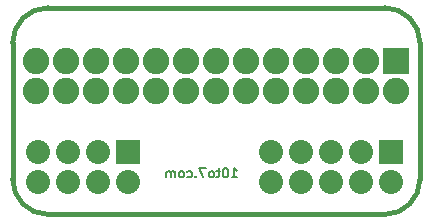
<source format=gbs>
%FSLAX34Y34*%
G04 Gerber Fmt 3.4, Leading zero omitted, Abs format*
G04 (created by PCBNEW (2014-03-19 BZR 4756)-product) date Tue 03 Jun 2014 23:20:07 BST*
%MOIN*%
G01*
G70*
G90*
G04 APERTURE LIST*
%ADD10C,0.005906*%
%ADD11C,0.015000*%
%ADD12C,0.007875*%
%ADD13R,0.080000X0.080000*%
%ADD14C,0.080000*%
%ADD15R,0.088000X0.088000*%
%ADD16O,0.088000X0.088000*%
G04 APERTURE END LIST*
G54D10*
G54D11*
X56535Y-39566D02*
X67756Y-39566D01*
X55354Y-45275D02*
X55354Y-40747D01*
X56535Y-46456D02*
X67756Y-46456D01*
X68937Y-45275D02*
X68937Y-40747D01*
X55354Y-45275D02*
G75*
G03X56535Y-46456I1181J0D01*
G74*
G01*
X56535Y-39566D02*
G75*
G03X55354Y-40747I0J-1181D01*
G74*
G01*
X67756Y-46456D02*
G75*
G03X68937Y-45275I0J1181D01*
G74*
G01*
X68937Y-40747D02*
G75*
G03X67756Y-39566I-1181J0D01*
G74*
G01*
G54D12*
X62659Y-45220D02*
X62839Y-45220D01*
X62749Y-45220D02*
X62749Y-44905D01*
X62779Y-44950D01*
X62809Y-44980D01*
X62839Y-44995D01*
X62464Y-44905D02*
X62434Y-44905D01*
X62404Y-44920D01*
X62389Y-44935D01*
X62374Y-44965D01*
X62359Y-45025D01*
X62359Y-45100D01*
X62374Y-45160D01*
X62389Y-45190D01*
X62404Y-45205D01*
X62434Y-45220D01*
X62464Y-45220D01*
X62494Y-45205D01*
X62509Y-45190D01*
X62524Y-45160D01*
X62539Y-45100D01*
X62539Y-45025D01*
X62524Y-44965D01*
X62509Y-44935D01*
X62494Y-44920D01*
X62464Y-44905D01*
X62269Y-45010D02*
X62149Y-45010D01*
X62224Y-44905D02*
X62224Y-45175D01*
X62209Y-45205D01*
X62179Y-45220D01*
X62149Y-45220D01*
X61999Y-45220D02*
X62029Y-45205D01*
X62044Y-45190D01*
X62059Y-45160D01*
X62059Y-45070D01*
X62044Y-45040D01*
X62029Y-45025D01*
X61999Y-45010D01*
X61954Y-45010D01*
X61924Y-45025D01*
X61909Y-45040D01*
X61894Y-45070D01*
X61894Y-45160D01*
X61909Y-45190D01*
X61924Y-45205D01*
X61954Y-45220D01*
X61999Y-45220D01*
X61789Y-44905D02*
X61579Y-44905D01*
X61714Y-45220D01*
X61459Y-45190D02*
X61444Y-45205D01*
X61459Y-45220D01*
X61474Y-45205D01*
X61459Y-45190D01*
X61459Y-45220D01*
X61174Y-45205D02*
X61204Y-45220D01*
X61264Y-45220D01*
X61294Y-45205D01*
X61309Y-45190D01*
X61324Y-45160D01*
X61324Y-45070D01*
X61309Y-45040D01*
X61294Y-45025D01*
X61264Y-45010D01*
X61204Y-45010D01*
X61174Y-45025D01*
X60994Y-45220D02*
X61024Y-45205D01*
X61039Y-45190D01*
X61054Y-45160D01*
X61054Y-45070D01*
X61039Y-45040D01*
X61024Y-45025D01*
X60994Y-45010D01*
X60949Y-45010D01*
X60919Y-45025D01*
X60904Y-45040D01*
X60889Y-45070D01*
X60889Y-45160D01*
X60904Y-45190D01*
X60919Y-45205D01*
X60949Y-45220D01*
X60994Y-45220D01*
X60754Y-45220D02*
X60754Y-45010D01*
X60754Y-45040D02*
X60739Y-45025D01*
X60709Y-45010D01*
X60664Y-45010D01*
X60634Y-45025D01*
X60619Y-45055D01*
X60619Y-45220D01*
X60619Y-45055D02*
X60604Y-45025D01*
X60574Y-45010D01*
X60529Y-45010D01*
X60499Y-45025D01*
X60484Y-45055D01*
X60484Y-45220D01*
G54D13*
X59216Y-44381D03*
G54D14*
X59216Y-45381D03*
X58216Y-44381D03*
X58216Y-45381D03*
X57216Y-44381D03*
X57216Y-45381D03*
X56216Y-44381D03*
X56216Y-45381D03*
G54D15*
X68146Y-41330D03*
G54D16*
X68146Y-42330D03*
X67146Y-41330D03*
X67146Y-42330D03*
X66146Y-41330D03*
X66146Y-42330D03*
X65146Y-41330D03*
X65146Y-42330D03*
X64146Y-41330D03*
X64146Y-42330D03*
X63146Y-41330D03*
X63146Y-42330D03*
X62146Y-41330D03*
X62146Y-42330D03*
X61146Y-41330D03*
X61146Y-42330D03*
X60146Y-41330D03*
X60146Y-42330D03*
X59146Y-41330D03*
X59146Y-42330D03*
X58146Y-41330D03*
X58146Y-42330D03*
X57146Y-41330D03*
X57146Y-42330D03*
X56146Y-41330D03*
X56146Y-42330D03*
G54D13*
X67984Y-44381D03*
G54D14*
X67984Y-45381D03*
X66984Y-44381D03*
X66984Y-45381D03*
X65984Y-44381D03*
X65984Y-45381D03*
X64984Y-44381D03*
X64984Y-45381D03*
X63984Y-44381D03*
X63984Y-45381D03*
M02*

</source>
